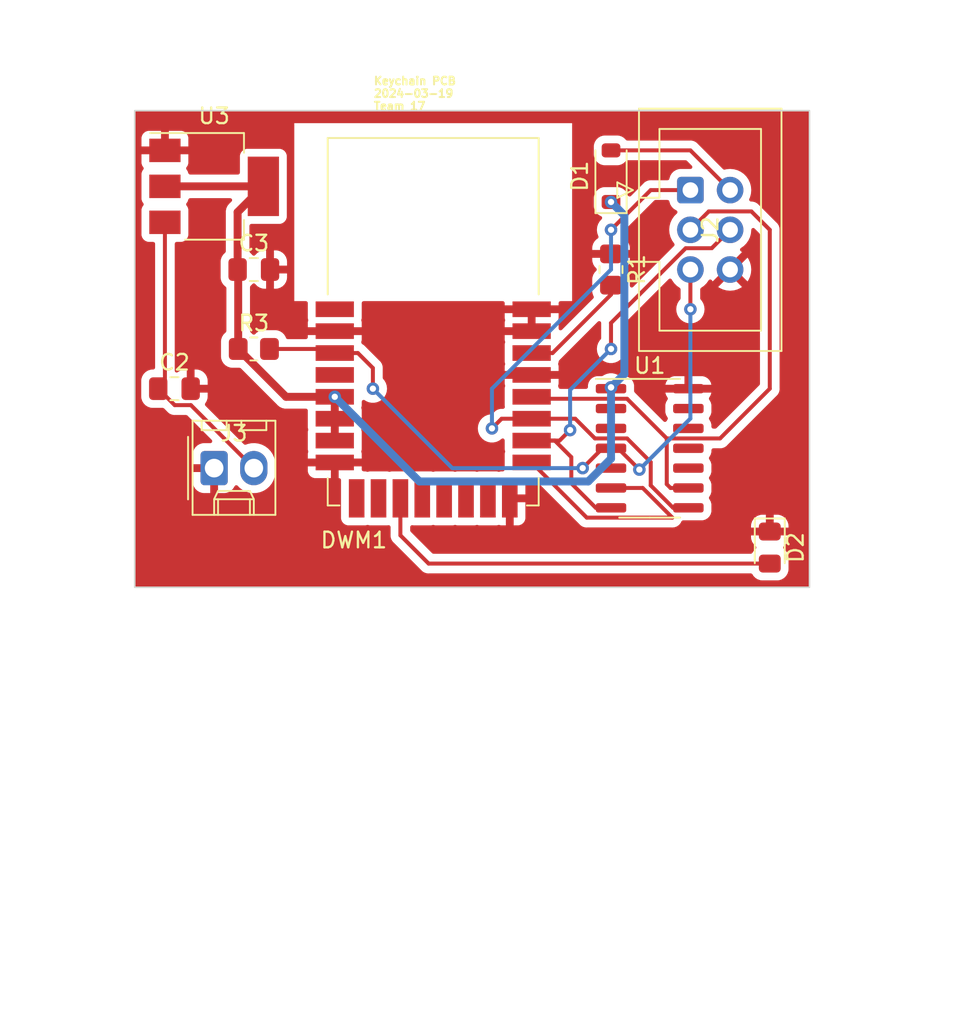
<source format=kicad_pcb>
(kicad_pcb (version 20221018) (generator pcbnew)
  (layers (0 "F.Cu" signal) (31 "B.Cu" signal) (34 "B.Paste" user) (35 "F.Paste" user) (36 "B.SilkS" user "B.Silkscreen") (37 "F.SilkS" user "F.Silkscreen") (38 "B.Mask" user) (39 "F.Mask" user) (44 "Edge.Cuts" user))
  (net 0 "")
  (net 1 "Net-(J3-Pin_2)")
  (net 2 "GND")
  (net 3 "+3.3V")
  (net 4 "Net-(D1-A)")
  (net 6 "/RST")
  (net 10 "Net-(D2-A)")
  (net 15 "/Csn")
  (net 16 "/MOSI")
  (net 17 "/MISO")
  (net 18 "/SCK")
  (net 19 "/interrupt")
  (footprint "Resistor_SMD:R_0805_2012Metric_Pad1.20x1.40mm_HandSolder" (layer "F.Cu") (at 139.7 63.5 -90)
    (fp_text reference "R1" (at 0 -1.65 90) (layer "F.SilkS"))
    (fp_text value "100")
    (fp_line (start -0.227064 -0.735) (end 0.227064 -0.735) (stroke (width 0.12)) (layer "F.SilkS"))
    (fp_line (start -0.227064 0.735) (end 0.227064 0.735) (stroke (width 0.12)) (layer "F.SilkS"))
    (pad "1" smd roundrect (at -1 0 270) (size 1.2 1.4) (layers "F.Cu" "F.Paste" "F.Mask") (roundrect_rratio 0.208333) (net 2 "GND"))
    (pad "2" smd roundrect (at 1 0 270) (size 1.2 1.4) (layers "F.Cu" "F.Paste" "F.Mask") (roundrect_rratio 0.208333) (net 19 "/interrupt"))
  )
  (footprint "Diode_SMD:D_SOD-123" (layer "F.Cu") (at 139.7 57.53 90)
    (fp_text reference "D1" (at 0 -2 90) (layer "F.SilkS"))
    (fp_text value "MBR0520")
    (fp_line (start -2.36 -1) (end -2.36 1) (stroke (width 0.12)) (layer "F.SilkS"))
    (fp_line (start -2.36 -1) (end 1.65 -1) (stroke (width 0.12)) (layer "F.SilkS"))
    (fp_line (start -2.36 1) (end 1.65 1) (stroke (width 0.12)) (layer "F.SilkS"))
    (pad "1" smd roundrect (at -1.65 0 90) (size 0.9 1.2) (layers "F.Cu" "F.Paste" "F.Mask") (net 3 "+3.3V"))
    (pad "2" smd roundrect (at 1.65 0 90) (size 0.9 1.2) (layers "F.Cu" "F.Paste" "F.Mask") (net 4 "Net-(D1-A)"))
  )
  (footprint "Package_TO_SOT_SMD:SOT-223-3_TabPin2" (layer "F.Cu") (at 114.3 58.18)
    (fp_text reference "U3" (at 0 -4.5) (layer "F.SilkS"))
    (fp_text value "LM1117MP-3.3")
    (fp_line (start -4.1 -3.41) (end 1.91 -3.41) (stroke (width 0.12)) (layer "F.SilkS"))
    (fp_line (start -1.85 3.41) (end 1.91 3.41) (stroke (width 0.12)) (layer "F.SilkS"))
    (fp_line (start 1.91 -3.41) (end 1.91 -2.15) (stroke (width 0.12)) (layer "F.SilkS"))
    (fp_line (start 1.91 3.41) (end 1.91 2.15) (stroke (width 0.12)) (layer "F.SilkS"))
    (pad "1" smd rect (at -3.15 -2.3) (size 2 1.5) (layers "F.Cu" "F.Paste" "F.Mask") (net 2 "GND"))
    (pad "2" smd rect (at -3.15 0) (size 2 1.5) (layers "F.Cu" "F.Paste" "F.Mask") (net 3 "+3.3V"))
    (pad "2" smd rect (at 3.15 0) (size 2 3.8) (layers "F.Cu" "F.Paste" "F.Mask") (net 3 "+3.3V"))
    (pad "3" smd rect (at -3.15 2.3) (size 2 1.5) (layers "F.Cu" "F.Paste" "F.Mask") (net 1 "Net-(J3-Pin_2)"))
  )
  (footprint "Connector_Molex:Molex_KK-254_AE-6410-02A_1x02_P2.54mm_Vertical" (layer "F.Cu") (at 114.3 76.2)
    (fp_text reference "J3" hide)
    (fp_text value "Vin")
    (fp_text user "${REFERENCE}" (at 1.27 -2.22) (layer "F.SilkS"))
    (fp_line (start -1.67 -2) (end -1.67 2) (stroke (width 0.12)) (layer "F.SilkS"))
    (fp_line (start -1.38 -3.03) (end -1.38 2.99) (stroke (width 0.12)) (layer "F.SilkS"))
    (fp_line (start -1.38 2.99) (end 3.92 2.99) (stroke (width 0.12)) (layer "F.SilkS"))
    (fp_line (start -0.8 -3.03) (end -0.8 -2.43) (stroke (width 0.12)) (layer "F.SilkS"))
    (fp_line (start -0.8 -2.43) (end 0.8 -2.43) (stroke (width 0.12)) (layer "F.SilkS"))
    (fp_line (start 0 1.99) (end 0.25 1.46) (stroke (width 0.12)) (layer "F.SilkS"))
    (fp_line (start 0 1.99) (end 2.54 1.99) (stroke (width 0.12)) (layer "F.SilkS"))
    (fp_line (start 0 2.99) (end 0 1.99) (stroke (width 0.12)) (layer "F.SilkS"))
    (fp_line (start 0.25 1.46) (end 2.29 1.46) (stroke (width 0.12)) (layer "F.SilkS"))
    (fp_line (start 0.25 2.99) (end 0.25 1.99) (stroke (width 0.12)) (layer "F.SilkS"))
    (fp_line (start 0.8 -2.43) (end 0.8 -3.03) (stroke (width 0.12)) (layer "F.SilkS"))
    (fp_line (start 1.74 -3.03) (end 1.74 -2.43) (stroke (width 0.12)) (layer "F.SilkS"))
    (fp_line (start 1.74 -2.43) (end 3.34 -2.43) (stroke (width 0.12)) (layer "F.SilkS"))
    (fp_line (start 2.29 1.46) (end 2.54 1.99) (stroke (width 0.12)) (layer "F.SilkS"))
    (fp_line (start 2.29 2.99) (end 2.29 1.99) (stroke (width 0.12)) (layer "F.SilkS"))
    (fp_line (start 2.54 1.99) (end 2.54 2.99) (stroke (width 0.12)) (layer "F.SilkS"))
    (fp_line (start 3.34 -2.43) (end 3.34 -3.03) (stroke (width 0.12)) (layer "F.SilkS"))
    (fp_line (start 3.92 -3.03) (end -1.38 -3.03) (stroke (width 0.12)) (layer "F.SilkS"))
    (fp_line (start 3.92 2.99) (end 3.92 -3.03) (stroke (width 0.12)) (layer "F.SilkS"))
    (pad "1" thru_hole roundrect (at 0 0) (size 1.74 2.19) (drill 1.19) (layers "*.Cu" "*.Mask") (roundrect_rratio 0.143678) (net 2 "GND"))
    (pad "2" thru_hole oval (at 2.54 0) (size 1.74 2.19) (drill 1.19) (layers "*.Cu" "*.Mask") (net 1 "Net-(J3-Pin_2)"))
  )
  (footprint "Package_SO:SOIC-14_3.9x8.7mm_P1.27mm" (layer "F.Cu") (at 142.175 74.93)
    (fp_text reference "U1" (at 0 -5.28) (layer "F.SilkS"))
    (fp_text value "ATtiny84A-SS")
    (fp_line (start 0 -4.435) (end -3.45 -4.435) (stroke (width 0.12)) (layer "F.SilkS"))
    (fp_line (start 0 -4.435) (end 1.95 -4.435) (stroke (width 0.12)) (layer "F.SilkS"))
    (fp_line (start 0 4.435) (end -1.95 4.435) (stroke (width 0.12)) (layer "F.SilkS"))
    (fp_line (start 0 4.435) (end 1.95 4.435) (stroke (width 0.12)) (layer "F.SilkS"))
    (pad "1" smd roundrect (at -2.475 -3.81) (size 1.95 0.6) (layers "F.Cu" "F.Paste" "F.Mask") (net 3 "+3.3V"))
    (pad "2" smd roundrect (at -2.475 -2.54) (size 1.95 0.6) (layers "F.Cu" "F.Paste" "F.Mask"))
    (pad "3" smd roundrect (at -2.475 -1.27) (size 1.95 0.6) (layers "F.Cu" "F.Paste" "F.Mask"))
    (pad "4" smd roundrect (at -2.475 0) (size 1.95 0.6) (layers "F.Cu" "F.Paste" "F.Mask") (net 6 "/RST"))
    (pad "5" smd roundrect (at -2.475 1.27) (size 1.95 0.6) (layers "F.Cu" "F.Paste" "F.Mask"))
    (pad "6" smd roundrect (at -2.475 2.54) (size 1.95 0.6) (layers "F.Cu" "F.Paste" "F.Mask") (net 15 "/Csn"))
    (pad "7" smd roundrect (at -2.475 3.81) (size 1.95 0.6) (layers "F.Cu" "F.Paste" "F.Mask") (net 16 "/MOSI"))
    (pad "8" smd roundrect (at 2.475 3.81) (size 1.95 0.6) (layers "F.Cu" "F.Paste" "F.Mask") (net 17 "/MISO"))
    (pad "9" smd roundrect (at 2.475 2.54) (size 1.95 0.6) (layers "F.Cu" "F.Paste" "F.Mask") (net 18 "/SCK"))
    (pad "10" smd roundrect (at 2.475 1.27) (size 1.95 0.6) (layers "F.Cu" "F.Paste" "F.Mask"))
    (pad "11" smd roundrect (at 2.475 0) (size 1.95 0.6) (layers "F.Cu" "F.Paste" "F.Mask"))
    (pad "12" smd roundrect (at 2.475 -1.27) (size 1.95 0.6) (layers "F.Cu" "F.Paste" "F.Mask"))
    (pad "13" smd roundrect (at 2.475 -2.54) (size 1.95 0.6) (layers "F.Cu" "F.Paste" "F.Mask"))
    (pad "14" smd roundrect (at 2.475 -3.81) (size 1.95 0.6) (layers "F.Cu" "F.Paste" "F.Mask") (net 2 "GND"))
  )
  (footprint "RF_Module:DWM1000" (layer "F.Cu") (at 128.32 66.8388)
    (fp_text reference "DWM1" (at -5.08 13.97) (layer "F.SilkS"))
    (fp_text value "DWM1000")
    (fp_line (start -6.75 -11.75) (end -6.75 -1.75) (stroke (width 0.12)) (layer "F.SilkS"))
    (fp_line (start -6.75 -11.75) (end 6.75 -11.75) (stroke (width 0.12)) (layer "F.SilkS"))
    (fp_line (start -6.75 11.75) (end -6.75 10) (stroke (width 0.12)) (layer "F.SilkS"))
    (fp_line (start -6 11.75) (end -6.75 11.75) (stroke (width 0.12)) (layer "F.SilkS"))
    (fp_line (start 6 11.75) (end 6.75 11.75) (stroke (width 0.12)) (layer "F.SilkS"))
    (fp_line (start 6.75 -11.75) (end 6.75 -1.75) (stroke (width 0.12)) (layer "F.SilkS"))
    (fp_line (start 6.75 11.75) (end 6.75 10) (stroke (width 0.12)) (layer "F.SilkS"))
    (pad "1" smd rect (at -6.3 -0.7988 90) (size 1 2.45) (layers "F.Cu" "F.Paste" "F.Mask"))
    (pad "2" smd rect (at -6.3 0.6012 90) (size 1 2.45) (layers "F.Cu" "F.Paste" "F.Mask") (net 2 "GND"))
    (pad "3" smd rect (at -6.3 2.0012 90) (size 1 2.45) (layers "F.Cu" "F.Paste" "F.Mask") (net 6 "/RST"))
    (pad "4" smd rect (at -6.3 3.4012 90) (size 1 2.45) (layers "F.Cu" "F.Paste" "F.Mask"))
    (pad "5" smd rect (at -6.3 4.8012 90) (size 1 2.45) (layers "F.Cu" "F.Paste" "F.Mask") (net 3 "+3.3V"))
    (pad "6" smd rect (at -6.3 6.2012 90) (size 1 2.45) (layers "F.Cu" "F.Paste" "F.Mask") (net 3 "+3.3V"))
    (pad "7" smd rect (at -6.3 7.6012 90) (size 1 2.45) (layers "F.Cu" "F.Paste" "F.Mask") (net 3 "+3.3V"))
    (pad "8" smd rect (at -6.3 9.0012 90) (size 1 2.45) (layers "F.Cu" "F.Paste" "F.Mask") (net 2 "GND"))
    (pad "9" smd rect (at -4.9 11.2962) (size 1 2.45) (layers "F.Cu" "F.Paste" "F.Mask"))
    (pad "10" smd rect (at -3.5 11.2962) (size 1 2.45) (layers "F.Cu" "F.Paste" "F.Mask"))
    (pad "11" smd rect (at -2.1 11.2962) (size 1 2.45) (layers "F.Cu" "F.Paste" "F.Mask") (net 10 "Net-(D2-A)"))
    (pad "12" smd rect (at -0.7 11.2962) (size 1 2.45) (layers "F.Cu" "F.Paste" "F.Mask"))
    (pad "13" smd rect (at 0.7 11.2962) (size 1 2.45) (layers "F.Cu" "F.Paste" "F.Mask"))
    (pad "14" smd rect (at 2.1 11.2962) (size 1 2.45) (layers "F.Cu" "F.Paste" "F.Mask"))
    (pad "15" smd rect (at 3.5 11.2962) (size 1 2.45) (layers "F.Cu" "F.Paste" "F.Mask"))
    (pad "16" smd rect (at 4.9 11.2962) (size 1 2.45) (layers "F.Cu" "F.Paste" "F.Mask") (net 2 "GND"))
    (pad "17" smd rect (at 6.3 9 90) (size 1 2.45) (layers "F.Cu" "F.Paste" "F.Mask") (net 15 "/Csn"))
    (pad "18" smd rect (at 6.3 7.6 90) (size 1 2.45) (layers "F.Cu" "F.Paste" "F.Mask") (net 16 "/MOSI"))
    (pad "19" smd rect (at 6.3 6.2012 90) (size 1 2.45) (layers "F.Cu" "F.Paste" "F.Mask") (net 17 "/MISO"))
    (pad "20" smd rect (at 6.3 4.8012 90) (size 1 2.45) (layers "F.Cu" "F.Paste" "F.Mask") (net 18 "/SCK"))
    (pad "21" smd rect (at 6.3 3.4012 90) (size 1 2.45) (layers "F.Cu" "F.Paste" "F.Mask") (net 2 "GND"))
    (pad "22" smd rect (at 6.3 2.0012 90) (size 1 2.45) (layers "F.Cu" "F.Paste" "F.Mask") (net 19 "/interrupt"))
    (pad "23" smd rect (at 6.3 0.6012 90) (size 1 2.45) (layers "F.Cu" "F.Paste" "F.Mask") (net 2 "GND"))
    (pad "24" smd rect (at 6.3 -0.7988 90) (size 1 2.45) (layers "F.Cu" "F.Paste" "F.Mask") (net 2 "GND"))
    (zone (net 0) (net_name "") (layers "*.Cu") (connect_pads (clearance 0)) (min_thickness 0.254)
      (keepout (tracks not_allowed) (vias not_allowed) (pads not_allowed) (copperpour not_allowed) (footprints not_allowed))
      (fill (thermal_gap 0.508) (thermal_bridge_width 0.508))
      (polygon (pts (xy 119.43 65.5188) (xy 137.21 65.5188) (xy 137.21 54.1388) (xy 119.43 54.1388)))
    )
  )
  (footprint "Connector_IDC:IDC-Header_2x03_P2.54mm_Vertical" (layer "F.Cu") (at 144.78 58.42)
    (fp_text reference "J2" hide)
    (fp_text value "AVR-ISP-6")
    (fp_text user "${REFERENCE}" (at 1.27 2.54 90) (layer "F.SilkS"))
    (fp_line (start -4.68 -0.5) (end -4.68 0.5) (stroke (width 0.12)) (layer "F.SilkS"))
    (fp_line (start -4.68 0.5) (end -3.68 0) (stroke (width 0.12)) (layer "F.SilkS"))
    (fp_line (start -3.68 0) (end -4.68 -0.5) (stroke (width 0.12)) (layer "F.SilkS"))
    (fp_line (start -3.29 -5.21) (end 5.83 -5.21) (stroke (width 0.12)) (layer "F.SilkS"))
    (fp_line (start -3.29 0.49) (end -1.98 0.49) (stroke (width 0.12)) (layer "F.SilkS"))
    (fp_line (start -3.29 10.29) (end -3.29 -5.21) (stroke (width 0.12)) (layer "F.SilkS"))
    (fp_line (start -1.98 -3.91) (end 4.52 -3.91) (stroke (width 0.12)) (layer "F.SilkS"))
    (fp_line (start -1.98 0.49) (end -1.98 -3.91) (stroke (width 0.12)) (layer "F.SilkS"))
    (fp_line (start -1.98 4.59) (end -3.29 4.59) (stroke (width 0.12)) (layer "F.SilkS"))
    (fp_line (start -1.98 4.59) (end -1.98 4.59) (stroke (width 0.12)) (layer "F.SilkS"))
    (fp_line (start -1.98 8.99) (end -1.98 4.59) (stroke (width 0.12)) (layer "F.SilkS"))
    (fp_line (start 4.52 -3.91) (end 4.52 8.99) (stroke (width 0.12)) (layer "F.SilkS"))
    (fp_line (start 4.52 8.99) (end -1.98 8.99) (stroke (width 0.12)) (layer "F.SilkS"))
    (fp_line (start 5.83 -5.21) (end 5.83 10.29) (stroke (width 0.12)) (layer "F.SilkS"))
    (fp_line (start 5.83 10.29) (end -3.29 10.29) (stroke (width 0.12)) (layer "F.SilkS"))
    (pad "1" thru_hole roundrect (at 0 0) (size 1.7 1.7) (drill 1) (layers "*.Cu" "*.Mask") (roundrect_rratio 0.147059) (net 17 "/MISO"))
    (pad "2" thru_hole circle (at 2.54 0) (size 1.7 1.7) (drill 1) (layers "*.Cu" "*.Mask") (net 4 "Net-(D1-A)"))
    (pad "3" thru_hole circle (at 0 2.54) (size 1.7 1.7) (drill 1) (layers "*.Cu" "*.Mask") (net 18 "/SCK"))
    (pad "4" thru_hole circle (at 2.54 2.54) (size 1.7 1.7) (drill 1) (layers "*.Cu" "*.Mask") (net 16 "/MOSI"))
    (pad "5" thru_hole circle (at 0 5.08) (size 1.7 1.7) (drill 1) (layers "*.Cu" "*.Mask") (net 6 "/RST"))
    (pad "6" thru_hole circle (at 2.54 5.08) (size 1.7 1.7) (drill 1) (layers "*.Cu" "*.Mask") (net 2 "GND"))
  )
  (footprint "Capacitor_SMD:C_0805_2012Metric_Pad1.18x1.45mm_HandSolder" (layer "F.Cu") (at 111.76 71.12)
    (fp_text reference "C2" (at 0 -1.68) (layer "F.SilkS"))
    (fp_text value "10uF")
    (fp_line (start -0.261252 -0.735) (end 0.261252 -0.735) (stroke (width 0.12)) (layer "F.SilkS"))
    (fp_line (start -0.261252 0.735) (end 0.261252 0.735) (stroke (width 0.12)) (layer "F.SilkS"))
    (pad "1" smd roundrect (at -1.0375 0) (size 1.175 1.45) (layers "F.Cu" "F.Paste" "F.Mask") (roundrect_rratio 0.212766) (net 1 "Net-(J3-Pin_2)"))
    (pad "2" smd roundrect (at 1.0375 0) (size 1.175 1.45) (layers "F.Cu" "F.Paste" "F.Mask") (roundrect_rratio 0.212766) (net 2 "GND"))
  )
  (footprint "Resistor_SMD:R_0805_2012Metric_Pad1.20x1.40mm_HandSolder" (layer "F.Cu") (at 116.84 68.58)
    (fp_text reference "R3" (at 0 -1.65) (layer "F.SilkS"))
    (fp_text value "10k")
    (fp_line (start -0.227064 -0.735) (end 0.227064 -0.735) (stroke (width 0.12)) (layer "F.SilkS"))
    (fp_line (start -0.227064 0.735) (end 0.227064 0.735) (stroke (width 0.12)) (layer "F.SilkS"))
    (pad "1" smd roundrect (at -1 0) (size 1.2 1.4) (layers "F.Cu" "F.Paste" "F.Mask") (roundrect_rratio 0.208333) (net 3 "+3.3V"))
    (pad "2" smd roundrect (at 1 0) (size 1.2 1.4) (layers "F.Cu" "F.Paste" "F.Mask") (roundrect_rratio 0.208333) (net 6 "/RST"))
  )
  (footprint "Capacitor_SMD:C_0805_2012Metric_Pad1.18x1.45mm_HandSolder" (layer "F.Cu") (at 116.84 63.5)
    (fp_text reference "C3" (at 0 -1.68) (layer "F.SilkS"))
    (fp_text value "10uF")
    (fp_line (start -0.261252 -0.735) (end 0.261252 -0.735) (stroke (width 0.12)) (layer "F.SilkS"))
    (fp_line (start -0.261252 0.735) (end 0.261252 0.735) (stroke (width 0.12)) (layer "F.SilkS"))
    (pad "1" smd roundrect (at -1.0375 0) (size 1.175 1.45) (layers "F.Cu" "F.Paste" "F.Mask") (roundrect_rratio 0.212766) (net 3 "+3.3V"))
    (pad "2" smd roundrect (at 1.0375 0) (size 1.175 1.45) (layers "F.Cu" "F.Paste" "F.Mask") (roundrect_rratio 0.212766) (net 2 "GND"))
  )
  (footprint "LED_SMD:LED_0805_2012Metric_Pad1.15x1.40mm_HandSolder" (layer "F.Cu") (at 149.86 81.28 -90)
    (fp_text reference "D2" (at 0 -1.65 90) (layer "F.SilkS"))
    (fp_text value "LED")
    (fp_line (start -1.86 -0.96) (end -1.86 0.96) (stroke (width 0.12)) (layer "F.SilkS"))
    (fp_line (start -1.86 0.96) (end 1 0.96) (stroke (width 0.12)) (layer "F.SilkS"))
    (fp_line (start 1 -0.96) (end -1.86 -0.96) (stroke (width 0.12)) (layer "F.SilkS"))
    (pad "1" smd roundrect (at -1.025 0 270) (size 1.15 1.4) (layers "F.Cu" "F.Paste" "F.Mask") (roundrect_rratio 0.217391) (net 2 "GND"))
    (pad "2" smd roundrect (at 1.025 0 270) (size 1.15 1.4) (layers "F.Cu" "F.Paste" "F.Mask") (roundrect_rratio 0.217391) (net 10 "Net-(D2-A)"))
  )
  (gr_rect (start 109.22 53.34) (end 152.4 83.82) (stroke (width 0.1)) (fill none) (layer "Edge.Cuts"))
  (gr_text "Keychain PCB\n2024-03-19\nTeam 17" (at 124.46 53.34) (layer "F.SilkS") (effects (font (size 0.5 0.5) (thickness 0.125)) (justify left bottom)))
  (segment (start 112.812 72.172) (end 111.7745 72.172) (width 0.254) (layer "F.Cu") (net 1))
  (segment (start 111.15 60.48) (end 111.15 70.6925) (width 0.254) (layer "F.Cu") (net 1))
  (segment (start 116.84 76.2) (end 112.812 72.172) (width 0.254) (layer "F.Cu") (net 1))
  (segment (start 111.7745 72.172) (end 110.7225 71.12) (width 0.254) (layer "F.Cu") (net 1))
  (segment (start 111.15 70.6925) (end 110.7225 71.12) (width 0.254) (layer "F.Cu") (net 1))
  (segment (start 139.7 71.036) (end 139.7 71.12) (width 0.508) (layer "F.Cu") (net 3))
  (segment (start 115.8025 63.5) (end 115.8025 59.8275) (width 0.508) (layer "F.Cu") (net 3))
  (segment (start 115.8025 59.8275) (end 117.45 58.18) (width 0.508) (layer "F.Cu") (net 3))
  (segment (start 117.45 58.18) (end 111.15 58.18) (width 0.508) (layer "F.Cu") (net 3))
  (segment (start 122.02 73.04) (end 122.02 71.64) (width 0.508) (layer "F.Cu") (net 3))
  (segment (start 122.02 71.64) (end 118.9 71.64) (width 0.508) (layer "F.Cu") (net 3))
  (segment (start 115.84 68.58) (end 115.84 63.5375) (width 0.508) (layer "F.Cu") (net 3))
  (segment (start 115.84 63.5375) (end 115.8025 63.5) (width 0.508) (layer "F.Cu") (net 3))
  (segment (start 118.9 71.64) (end 115.84 68.58) (width 0.508) (layer "F.Cu") (net 3))
  (segment (start 122.02 74.44) (end 122.02 73.04) (width 0.508) (layer "F.Cu") (net 3))
  (via (at 139.7 71.036) (size 0.8) (drill 0.4) (layers "F.Cu" "B.Cu") (net 3))
  (via (at 122.02 71.64) (size 0.8) (drill 0.4) (layers "F.Cu" "B.Cu") (net 3))
  (via (at 139.7 71.036) (size 0.8) (drill 0.4) (layers "F.Cu" "B.Cu") (net 3))
  (via (at 139.7 59.18) (size 0.8) (drill 0.4) (layers "F.Cu" "B.Cu") (net 3))
  (segment (start 139.7 71.036) (end 139.7 75.594739) (width 0.508) (layer "B.Cu") (net 3))
  (segment (start 140.554 60.034) (end 139.7 59.18) (width 0.508) (layer "B.Cu") (net 3))
  (segment (start 138.240739 77.054) (end 127.434 77.054) (width 0.508) (layer "B.Cu") (net 3))
  (segment (start 139.7 75.594739) (end 138.240739 77.054) (width 0.508) (layer "B.Cu") (net 3))
  (segment (start 127.434 77.054) (end 122.02 71.64) (width 0.508) (layer "B.Cu") (net 3))
  (segment (start 140.554 70.182) (end 140.554 60.034) (width 0.508) (layer "B.Cu") (net 3))
  (segment (start 139.7 71.036) (end 140.554 70.182) (width 0.508) (layer "B.Cu") (net 3))
  (segment (start 144.78 55.88) (end 139.7 55.88) (width 0.254) (layer "F.Cu") (net 4))
  (segment (start 147.32 58.42) (end 144.78 55.88) (width 0.254) (layer "F.Cu") (net 4))
  (segment (start 124.46 69.801) (end 123.499 68.84) (width 0.254) (layer "F.Cu") (net 6))
  (segment (start 139.7 74.93) (end 140.147801 74.93) (width 0.254) (layer "F.Cu") (net 6))
  (segment (start 121.76 68.58) (end 122.02 68.84) (width 0.254) (layer "F.Cu") (net 6))
  (segment (start 144.78 66.04) (end 144.78 63.5) (width 0.254) (layer "F.Cu") (net 6))
  (segment (start 124.46 71.12) (end 124.46 69.801) (width 0.254) (layer "F.Cu") (net 6))
  (segment (start 139.7 74.93) (end 139.157 74.93) (width 0.254) (layer "F.Cu") (net 6))
  (segment (start 140.147801 74.93) (end 141.513 76.295199) (width 0.254) (layer "F.Cu") (net 6))
  (segment (start 117.84 68.58) (end 121.76 68.58) (width 0.254) (layer "F.Cu") (net 6))
  (segment (start 123.499 68.84) (end 122.02 68.84) (width 0.254) (layer "F.Cu") (net 6))
  (segment (start 139.157 74.93) (end 137.887 76.2) (width 0.254) (layer "F.Cu") (net 6))
  (via (at 141.513 76.295199) (size 0.8) (drill 0.4) (layers "F.Cu" "B.Cu") (net 6))
  (via (at 144.78 66.04) (size 0.8) (drill 0.4) (layers "F.Cu" "B.Cu") (net 6))
  (via (at 137.887 76.2) (size 0.8) (drill 0.4) (layers "F.Cu" "B.Cu") (net 6))
  (via (at 124.46 71.12) (size 0.8) (drill 0.4) (layers "F.Cu" "B.Cu") (net 6))
  (segment (start 137.887 76.2) (end 129.54 76.2) (width 0.254) (layer "B.Cu") (net 6))
  (segment (start 144.78 73.028199) (end 144.78 66.04) (width 0.254) (layer "B.Cu") (net 6))
  (segment (start 129.54 76.2) (end 124.46 71.12) (width 0.254) (layer "B.Cu") (net 6))
  (segment (start 141.513 76.295199) (end 144.78 73.028199) (width 0.254) (layer "B.Cu") (net 6))
  (segment (start 128.025 82.305) (end 149.86 82.305) (width 0.254) (layer "F.Cu") (net 10))
  (segment (start 126.22 80.5) (end 128.025 82.305) (width 0.254) (layer "F.Cu") (net 10))
  (segment (start 126.22 78.135) (end 126.22 80.5) (width 0.254) (layer "F.Cu") (net 10))
  (segment (start 138.1482 79.367) (end 143.623264 79.367) (width 0.254) (layer "F.Cu") (net 15))
  (segment (start 143.623264 79.367) (end 141.726264 77.47) (width 0.254) (layer "F.Cu") (net 15))
  (segment (start 141.726264 77.47) (end 139.7 77.47) (width 0.254) (layer "F.Cu") (net 15))
  (segment (start 134.62 75.8388) (end 138.1482 79.367) (width 0.254) (layer "F.Cu") (net 15))
  (segment (start 144.47847 62.137) (end 139.7 66.91547) (width 0.254) (layer "F.Cu") (net 16))
  (segment (start 147.32 60.96) (end 146.143 62.137) (width 0.254) (layer "F.Cu") (net 16))
  (segment (start 146.143 62.137) (end 144.47847 62.137) (width 0.254) (layer "F.Cu") (net 16))
  (segment (start 138.725001 78.74) (end 139.7 78.74) (width 0.254) (layer "F.Cu") (net 16))
  (segment (start 139.7 66.91547) (end 139.7 68.58) (width 0.254) (layer "F.Cu") (net 16))
  (segment (start 137.16 77.174999) (end 138.725001 78.74) (width 0.254) (layer "F.Cu") (net 16))
  (segment (start 134.62 74.4388) (end 136.099 74.4388) (width 0.254) (layer "F.Cu") (net 16))
  (segment (start 136.409265 74.4388) (end 134.62 74.4388) (width 0.254) (layer "F.Cu") (net 16))
  (segment (start 137.16 75.4998) (end 137.16 77.174999) (width 0.254) (layer "F.Cu") (net 16))
  (segment (start 137.081065 73.767) (end 136.409265 74.4388) (width 0.254) (layer "F.Cu") (net 16))
  (segment (start 136.099 74.4388) (end 137.16 75.4998) (width 0.254) (layer "F.Cu") (net 16))
  (via (at 139.7 68.58) (size 0.8) (drill 0.4) (layers "F.Cu" "B.Cu") (net 16))
  (via (at 137.081065 73.767) (size 0.8) (drill 0.4) (layers "F.Cu" "B.Cu") (net 16))
  (segment (start 139.7 68.58) (end 137.081065 71.198935) (width 0.254) (layer "B.Cu") (net 16))
  (segment (start 137.081065 71.198935) (end 137.081065 73.767) (width 0.254) (layer "B.Cu") (net 16))
  (segment (start 140.726736 74.303) (end 142.24 75.816264) (width 0.254) (layer "F.Cu") (net 17))
  (segment (start 144.78 58.42) (end 142.24 58.42) (width 0.254) (layer "F.Cu") (net 17))
  (segment (start 142.24 75.816264) (end 142.24 77.304999) (width 0.254) (layer "F.Cu") (net 17))
  (segment (start 142.24 58.42) (end 139.7 60.96) (width 0.254) (layer "F.Cu") (net 17))
  (segment (start 132.08 73.66) (end 132.7 73.04) (width 0.254) (layer "F.Cu") (net 17))
  (segment (start 137.410264 73.04) (end 138.673264 74.303) (width 0.254) (layer "F.Cu") (net 17))
  (segment (start 134.62 73.04) (end 137.410264 73.04) (width 0.254) (layer "F.Cu") (net 17))
  (segment (start 142.24 77.304999) (end 143.675001 78.74) (width 0.254) (layer "F.Cu") (net 17))
  (segment (start 138.673264 74.303) (end 140.726736 74.303) (width 0.254) (layer "F.Cu") (net 17))
  (segment (start 132.7 73.04) (end 134.62 73.04) (width 0.254) (layer "F.Cu") (net 17))
  (segment (start 143.675001 78.74) (end 144.65 78.74) (width 0.254) (layer "F.Cu") (net 17))
  (via (at 132.08 73.66) (size 0.8) (drill 0.4) (layers "F.Cu" "B.Cu") (net 17))
  (via (at 139.7 60.96) (size 0.8) (drill 0.4) (layers "F.Cu" "B.Cu") (net 17))
  (segment (start 139.7 60.96) (end 139.7 63.5) (width 0.254) (layer "B.Cu") (net 17))
  (segment (start 139.7 63.5) (end 132.08 71.12) (width 0.254) (layer "B.Cu") (net 17))
  (segment (start 132.08 71.12) (end 132.08 73.66) (width 0.254) (layer "B.Cu") (net 17))
  (segment (start 135.599 71.64) (end 134.62 71.64) (width 0.254) (layer "F.Cu") (net 18))
  (segment (start 144.78 60.96) (end 145.957 59.783) (width 0.254) (layer "F.Cu") (net 18))
  (segment (start 148.683 59.783) (end 149.86 60.96) (width 0.254) (layer "F.Cu") (net 18))
  (segment (start 140.726736 71.763) (end 143.266736 74.303) (width 0.254) (layer "F.Cu") (net 18))
  (segment (start 143.51 77.47) (end 144.65 77.47) (width 0.254) (layer "F.Cu") (net 18))
  (segment (start 144.78 60.96) (end 144.78 61.042928) (width 0.254) (layer "F.Cu") (net 18))
  (segment (start 143.266736 77.226736) (end 143.51 77.47) (width 0.254) (layer "F.Cu") (net 18))
  (segment (start 145.957 59.783) (end 148.683 59.783) (width 0.254) (layer "F.Cu") (net 18))
  (segment (start 149.86 71.12) (end 146.677 74.303) (width 0.254) (layer "F.Cu") (net 18))
  (segment (start 134.743 71.763) (end 140.726736 71.763) (width 0.254) (layer "F.Cu") (net 18))
  (segment (start 134.62 71.64) (end 134.743 71.763) (width 0.254) (layer "F.Cu") (net 18))
  (segment (start 146.677 74.303) (end 143.266736 74.303) (width 0.254) (layer "F.Cu") (net 18))
  (segment (start 149.86 60.96) (end 149.86 71.12) (width 0.254) (layer "F.Cu") (net 18))
  (segment (start 143.266736 74.303) (end 143.266736 77.226736) (width 0.254) (layer "F.Cu") (net 18))
  (segment (start 135.96 68.84) (end 134.62 68.84) (width 0.254) (layer "F.Cu") (net 19))
  (segment (start 139.7 65.1) (end 135.96 68.84) (width 0.254) (layer "F.Cu") (net 19))
  (segment (start 139.7 64.5) (end 139.7 65.1) (width 0.254) (layer "F.Cu") (net 19))
  (zone (net 2) (net_name "GND") (layer "F.Cu") (connect_pads (clearance 0.5)) (min_thickness 0.25) (fill yes (thermal_gap 0.5) (thermal_bridge_width 0.5))
    (polygon (pts (xy 101.6 50.8) (xy 162.56 50.8) (xy 162.56 111.76) (xy 101.6 111.76)))
  )
)
</source>
